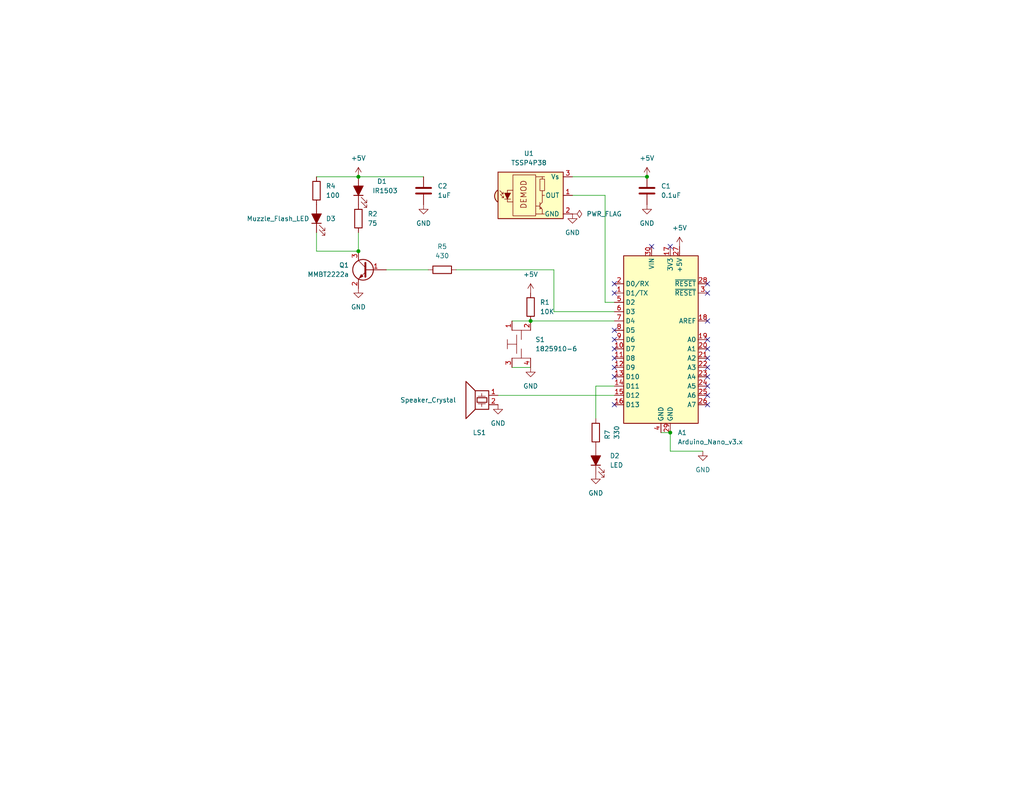
<source format=kicad_sch>
(kicad_sch (version 20211123) (generator eeschema)
  (paper "USLetter")
  (title_block (title "Laser Tag") (date "1-24-22") (company "WWU") (comment 2 "Ian Schroetlin"))
  (lib_symbols
    (symbol "Device:C" (pin_numbers hide) (pin_names (offset 0.254))
      (property "Reference" "C" (at 0.635 2.54 0))
      (property "Value" "C" (at 0.635 -2.54 0))
      (symbol "C_0_1"
        (polyline (pts (xy -2.032 -0.762) (xy 2.032 -0.762)) (stroke (width 0.508)))
        (polyline (pts (xy -2.032 0.762) (xy 2.032 0.762)) (stroke (width 0.508)))
      )
      (symbol "C_1_1"
        (pin passive line (at 0 3.81 270) (length 2.794) (name "~") (number "1"))
        (pin passive line (at 0 -3.81 90) (length 2.794) (name "~") (number "2"))
      )
    )
    (symbol "Device:LED" (pin_numbers hide) (pin_names (offset 1.016) hide)
      (property "Reference" "D?" (at 3.81 -0.3174 90))
      (property "Value" "LED" (at 3.81 -2.8574 90))
      (symbol "LED_0_1"
        (polyline (pts (xy -1.27 -1.27) (xy -1.27 1.27)) (stroke (width 0.254)))
        (polyline (pts (xy -1.27 0) (xy 1.27 0)))
        (polyline (pts (xy 1.27 -1.27) (xy 1.27 1.27) (xy -1.27 0) (xy 1.27 -1.27)) (stroke (width 0.254)) (fill (type outline)))
        (polyline (pts (xy -3.048 -0.762) (xy -4.572 -2.286) (xy -3.81 -2.286) (xy -4.572 -2.286) (xy -4.572 -1.524)))
        (polyline (pts (xy -1.778 -0.762) (xy -3.302 -2.286) (xy -2.54 -2.286) (xy -3.302 -2.286) (xy -3.302 -1.524)))
      )
      (symbol "LED_1_1"
        (pin passive line (at -3.81 0 0) (length 2.54) (name "K") (number "1"))
        (pin passive line (at 3.81 0 180) (length 2.54) (name "A") (number "2"))
      )
    )
    (symbol "Device:R" (pin_numbers hide) (pin_names (offset 0))
      (property "Reference" "R" (at 2.032 0 90))
      (property "Value" "R" (at 0 0 90))
      (symbol "R_0_1"
        (rectangle (start -1.016 -2.54) (end 1.016 2.54) (stroke (width 0.254)))
      )
      (symbol "R_1_1"
        (pin passive line (at 0 3.81 270) (length 1.27) (name "~") (number "1"))
        (pin passive line (at 0 -3.81 90) (length 1.27) (name "~") (number "2"))
      )
    )
    (symbol "Device:Speaker_Crystal" (pin_names (offset 0) hide)
      (property "Reference" "LS" (at 0.635 5.715 0))
      (property "Value" "Speaker_Crystal" (at 0.635 3.81 0))
      (symbol "Speaker_Crystal_0_0"
        (rectangle (start -2.54 1.27) (end 1.143 -3.81) (stroke (width 0.254)))
        (rectangle (start -2.032 -0.635) (end 0.635 -1.905) (stroke (width 0.254)))
        (polyline (pts (xy -1.651 -2.286) (xy 0.381 -2.286)))
        (polyline (pts (xy -1.651 -0.254) (xy 0.381 -0.254)))
        (polyline (pts (xy -0.635 -2.286) (xy -0.635 -3.048)))
        (polyline (pts (xy -0.635 -0.254) (xy -0.635 0.508)))
        (polyline (pts (xy 1.143 1.27) (xy 3.683 3.81) (xy 3.683 -6.35) (xy 1.143 -3.81)) (stroke (width 0.254)))
      )
      (symbol "Speaker_Crystal_1_1"
        (pin input line (at -5.08 0 0) (length 2.54) (name "1") (number "1"))
        (pin input line (at -5.08 -2.54 0) (length 2.54) (name "2") (number "2"))
      )
    )
    (symbol "LED_1" (pin_numbers hide) (pin_names (offset 1.016) hide)
      (property "Reference" "D?" (at 3.81 -0.3174 90))
      (property "Value" "LED_1" (at 3.81 -2.8574 90))
      (symbol "LED_1_0_1"
        (polyline (pts (xy -1.27 -1.27) (xy -1.27 1.27)) (stroke (width 0.254)))
        (polyline (pts (xy -1.27 0) (xy 1.27 0)))
        (polyline (pts (xy 1.27 -1.27) (xy 1.27 1.27) (xy -1.27 0) (xy 1.27 -1.27)) (stroke (width 0.254)) (fill (type outline)))
        (polyline (pts (xy -3.048 -0.762) (xy -4.572 -2.286) (xy -3.81 -2.286) (xy -4.572 -2.286) (xy -4.572 -1.524)))
        (polyline (pts (xy -1.778 -0.762) (xy -3.302 -2.286) (xy -2.54 -2.286) (xy -3.302 -2.286) (xy -3.302 -1.524)))
      )
      (symbol "LED_1_1_1"
        (pin passive line (at -3.81 0 0) (length 2.54) (name "K") (number "1"))
        (pin passive line (at 3.81 0 180) (length 2.54) (name "A") (number "2"))
      )
    )
    (symbol "LED_2" (pin_numbers hide) (pin_names (offset 1.016) hide)
      (property "Reference" "D?" (at 3.81 0 90))
      (property "Value" "LED_2" (at 3.81 -2.54 90))
      (symbol "LED_2_0_1"
        (polyline (pts (xy -1.27 -1.27) (xy -1.27 1.27)) (stroke (width 0.254)))
        (polyline (pts (xy -1.27 0) (xy 1.27 0)))
        (polyline (pts (xy 1.27 -1.27) (xy 1.27 1.27) (xy -1.27 0) (xy 1.27 -1.27)) (stroke (width 0.254)) (fill (type outline)))
        (polyline (pts (xy -3.048 -0.762) (xy -4.572 -2.286) (xy -3.81 -2.286) (xy -4.572 -2.286) (xy -4.572 -1.524)))
        (polyline (pts (xy -1.778 -0.762) (xy -3.302 -2.286) (xy -2.54 -2.286) (xy -3.302 -2.286) (xy -3.302 -1.524)))
      )
      (symbol "LED_2_1_1"
        (pin passive line (at -3.81 0 0) (length 2.54) (name "K") (number "1"))
        (pin passive line (at 3.81 0 180) (length 2.54) (name "A") (number "2"))
      )
    )
    (symbol "MCU_Module:Arduino_Nano_v3.x"
      (property "Reference" "A" (at -10.16 23.495 0))
      (property "Value" "Arduino_Nano_v3.x" (at 5.08 -24.13 0))
      (symbol "Arduino_Nano_v3.x_0_1"
        (rectangle (start -10.16 22.86) (end 10.16 -22.86) (stroke (width 0.254)) (fill (type background)))
      )
      (symbol "Arduino_Nano_v3.x_1_1"
        (pin bidirectional line (at -12.7 12.7 0) (length 2.54) (name "D1/TX") (number "1"))
        (pin bidirectional line (at -12.7 -2.54 0) (length 2.54) (name "D7") (number "10"))
        (pin bidirectional line (at -12.7 -5.08 0) (length 2.54) (name "D8") (number "11"))
        (pin bidirectional line (at -12.7 -7.62 0) (length 2.54) (name "D9") (number "12"))
        (pin bidirectional line (at -12.7 -10.16 0) (length 2.54) (name "D10") (number "13"))
        (pin bidirectional line (at -12.7 -12.7 0) (length 2.54) (name "D11") (number "14"))
        (pin bidirectional line (at -12.7 -15.24 0) (length 2.54) (name "D12") (number "15"))
        (pin bidirectional line (at -12.7 -17.78 0) (length 2.54) (name "D13") (number "16"))
        (pin power_out line (at 2.54 25.4 270) (length 2.54) (name "3V3") (number "17"))
        (pin input line (at 12.7 5.08 180) (length 2.54) (name "AREF") (number "18"))
        (pin bidirectional line (at 12.7 0 180) (length 2.54) (name "A0") (number "19"))
        (pin bidirectional line (at -12.7 15.24 0) (length 2.54) (name "D0/RX") (number "2"))
        (pin bidirectional line (at 12.7 -2.54 180) (length 2.54) (name "A1") (number "20"))
        (pin bidirectional line (at 12.7 -5.08 180) (length 2.54) (name "A2") (number "21"))
        (pin bidirectional line (at 12.7 -7.62 180) (length 2.54) (name "A3") (number "22"))
        (pin bidirectional line (at 12.7 -10.16 180) (length 2.54) (name "A4") (number "23"))
        (pin bidirectional line (at 12.7 -12.7 180) (length 2.54) (name "A5") (number "24"))
        (pin bidirectional line (at 12.7 -15.24 180) (length 2.54) (name "A6") (number "25"))
        (pin bidirectional line (at 12.7 -17.78 180) (length 2.54) (name "A7") (number "26"))
        (pin power_out line (at 5.08 25.4 270) (length 2.54) (name "+5V") (number "27"))
        (pin input line (at 12.7 15.24 180) (length 2.54) (name "~{RESET}") (number "28"))
        (pin power_in line (at 2.54 -25.4 90) (length 2.54) (name "GND") (number "29"))
        (pin input line (at 12.7 12.7 180) (length 2.54) (name "~{RESET}") (number "3"))
        (pin power_in line (at -2.54 25.4 270) (length 2.54) (name "VIN") (number "30"))
        (pin power_in line (at 0 -25.4 90) (length 2.54) (name "GND") (number "4"))
        (pin bidirectional line (at -12.7 10.16 0) (length 2.54) (name "D2") (number "5"))
        (pin bidirectional line (at -12.7 7.62 0) (length 2.54) (name "D3") (number "6"))
        (pin bidirectional line (at -12.7 5.08 0) (length 2.54) (name "D4") (number "7"))
        (pin bidirectional line (at -12.7 2.54 0) (length 2.54) (name "D5") (number "8"))
        (pin bidirectional line (at -12.7 0 0) (length 2.54) (name "D6") (number "9"))
      )
    )
    (symbol "Sensor_Proximity:TSSP58P38" (pin_names (offset 1.016))
      (property "Reference" "U" (at -10.16 7.62 0))
      (property "Value" "TSSP58P38" (at -10.16 -7.62 0))
      (symbol "TSSP58P38_0_0"
        (arc (start -10.287 1.397) (mid -11.0899 -0.1905) (end -10.287 -1.778) (stroke (width 0.254)) (fill (type background)))
        (polyline (pts (xy 1.905 -5.08) (xy 0.127 -5.08)))
        (polyline (pts (xy 1.905 5.08) (xy 0.127 5.08)))
        (text "DEMOD" (at -3.175 0.254 900) (effects (font (size 1.524 1.524))))
      )
      (symbol "TSSP58P38_0_1"
        (rectangle (start -6.096 5.588) (end 0.127 -5.588))
        (polyline (pts (xy -8.763 0.381) (xy -9.652 1.27)))
        (polyline (pts (xy -8.763 0.381) (xy -9.271 0.381)))
        (polyline (pts (xy -8.763 0.381) (xy -8.763 0.889)))
        (polyline (pts (xy -8.636 -0.635) (xy -9.525 0.254)))
        (polyline (pts (xy -8.636 -0.635) (xy -9.144 -0.635)))
        (polyline (pts (xy -8.636 -0.635) (xy -8.636 -0.127)))
        (polyline (pts (xy -8.382 -1.016) (xy -6.731 -1.016)))
        (polyline (pts (xy 1.27 -2.921) (xy 0.127 -2.921)))
        (polyline (pts (xy 1.27 -1.905) (xy 1.27 -3.81)))
        (polyline (pts (xy 1.397 -3.556) (xy 1.524 -3.556)))
        (polyline (pts (xy 1.651 -3.556) (xy 1.524 -3.556)))
        (polyline (pts (xy 1.651 -3.556) (xy 1.651 -3.302)))
        (polyline (pts (xy 1.905 0) (xy 1.905 1.27)))
        (polyline (pts (xy 1.905 4.445) (xy 1.905 5.08) (xy 2.54 5.08)))
        (polyline (pts (xy -8.382 0.635) (xy -6.731 0.635) (xy -7.62 -1.016) (xy -8.382 0.635)) (fill (type outline)))
        (polyline (pts (xy -6.096 1.397) (xy -7.62 1.397) (xy -7.62 -1.778) (xy -6.096 -1.778)))
        (polyline (pts (xy 1.27 -3.175) (xy 1.905 -3.81) (xy 1.905 -5.08) (xy 2.54 -5.08)))
        (polyline (pts (xy 1.27 -2.54) (xy 1.905 -1.905) (xy 1.905 0) (xy 2.54 0)))
        (rectangle (start 2.54 1.27) (end 1.27 4.445))
        (rectangle (start 7.62 6.35) (end -10.16 -6.35) (stroke (width 0.254)) (fill (type background)))
      )
      (symbol "TSSP58P38_1_1"
        (pin output line (at 10.16 0 180) (length 2.54) (name "OUT") (number "1"))
        (pin power_in line (at 10.16 -5.08 180) (length 2.54) (name "GND") (number "2"))
        (pin power_in line (at 10.16 5.08 180) (length 2.54) (name "Vs") (number "3"))
      )
    )
    (symbol "Switch:SW_Push_Dual" (pin_names (offset 1.016) hide)
      (property "Reference" "SW?" (at 6.35 1.2701 90))
      (property "Value" "SW_Push_Dual" (at 6.35 -1.2699 90))
      (symbol "SW_Push_Dual_0_1"
        (polyline (pts (xy -3.81 -2.54) (xy -1.27 -2.54)))
        (polyline (pts (xy -3.81 0) (xy -3.81 -5.08)))
        (polyline (pts (xy 2.54 -1.27) (xy -2.54 -1.27)))
        (polyline (pts (xy 3.81 -2.54) (xy 1.27 -2.54)))
        (polyline (pts (xy 3.81 0) (xy 3.81 -5.08)))
        (polyline (pts (xy 0 -1.27) (xy 0 1.27) (xy 1.27 1.27) (xy -1.27 1.27)))
        (pin passive line (at 6.35 0 180) (length 2.54) (name "1") (number "1"))
        (pin passive line (at 6.35 -5.08 180) (length 2.54) (name "2") (number "2"))
        (pin passive line (at -6.35 0 0) (length 2.54) (name "3") (number "3"))
        (pin passive line (at -6.35 -5.08 0) (length 2.54) (name "3") (number "4"))
      )
    )
    (symbol "Transistor_BJT:MMBT3904" (pin_names (offset 0) hide)
      (property "Reference" "Q" (at 5.08 1.905 0))
      (property "Value" "MMBT3904" (at 5.08 0 0))
      (symbol "MMBT3904_0_1"
        (polyline (pts (xy 0.635 0.635) (xy 2.54 2.54)))
        (polyline (pts (xy 0.635 -0.635) (xy 2.54 -2.54) (xy 2.54 -2.54)))
        (polyline (pts (xy 0.635 1.905) (xy 0.635 -1.905) (xy 0.635 -1.905)) (stroke (width 0.508)))
        (polyline (pts (xy 1.27 -1.778) (xy 1.778 -1.27) (xy 2.286 -2.286) (xy 1.27 -1.778) (xy 1.27 -1.778)) (fill (type outline)))
        (circle (center 1.27 0) (radius 2.8194) (stroke (width 0.254)))
      )
      (symbol "MMBT3904_1_1"
        (pin input line (at -5.08 0 0) (length 5.715) (name "B") (number "1"))
        (pin passive line (at 2.54 -5.08 90) (length 2.54) (name "E") (number "2"))
        (pin passive line (at 2.54 5.08 270) (length 2.54) (name "C") (number "3"))
      )
    )
    (symbol "power:+5V" (power) (pin_names (offset 0))
      (property "Value" "+5V" (at 0 3.556 0))
      (symbol "+5V_0_1"
        (polyline (pts (xy -0.762 1.27) (xy 0 2.54)))
        (polyline (pts (xy 0 0) (xy 0 2.54)))
        (polyline (pts (xy 0 2.54) (xy 0.762 1.27)))
      )
      (symbol "+5V_1_1"
        (pin power_in line (at 0 0 90) (length 0) hide (name "+5V") (number "1"))
      )
    )
    (symbol "power:GND" (power) (pin_names (offset 0))
      (property "Value" "GND" (at 0 -3.81 0))
      (symbol "GND_0_1"
        (polyline (pts (xy 0 0) (xy 0 -1.27) (xy 1.27 -1.27) (xy 0 -2.54) (xy -1.27 -1.27) (xy 0 -1.27)))
      )
      (symbol "GND_1_1"
        (pin power_in line (at 0 0 270) (length 0) hide (name "GND") (number "1"))
      )
    )
    (symbol "power:PWR_FLAG" (power) (pin_numbers hide) (pin_names (offset 0) hide)
      (property "Value" "PWR_FLAG" (at 0 3.81 0))
      (symbol "PWR_FLAG_0_0"
        (pin power_out line (at 0 0 90) (length 0) (name "pwr") (number "1"))
      )
      (symbol "PWR_FLAG_0_1"
        (polyline (pts (xy 0 0) (xy 0 1.27) (xy -1.016 1.905) (xy 0 2.54) (xy 1.016 1.905) (xy 0 1.27)))
      )
    )
  )
  (junction (at 176.53 48.26))
  (junction (at 182.88 118.11))
  (junction (at 144.78 87.63))
  (junction (at 97.79 68.58))
  (junction (at 97.79 48.26))
  (no_connect (at 193.04 110.49))
  (no_connect (at 193.04 105.41))
  (no_connect (at 167.64 102.87))
  (no_connect (at 167.64 110.49))
  (no_connect (at 193.04 107.95))
  (no_connect (at 193.04 95.25))
  (no_connect (at 193.04 100.33))
  (no_connect (at 193.04 102.87))
  (no_connect (at 193.04 92.71))
  (no_connect (at 193.04 97.79))
  (no_connect (at 167.64 80.01))
  (no_connect (at 167.64 77.47))
  (no_connect (at 193.04 80.01))
  (no_connect (at 193.04 87.63))
  (no_connect (at 167.64 90.17))
  (no_connect (at 167.64 95.25))
  (no_connect (at 167.64 100.33))
  (no_connect (at 167.64 92.71))
  (no_connect (at 167.64 97.79))
  (no_connect (at 177.8 67.31))
  (no_connect (at 182.88 67.31))
  (no_connect (at 193.04 77.47))
  (wire (pts (xy 156.21 48.26) (xy 176.53 48.26)))
  (wire (pts (xy 156.21 53.34) (xy 165.1 53.34)))
  (wire (pts (xy 182.88 118.11) (xy 182.88 123.19)))
  (wire (pts (xy 165.1 82.55) (xy 167.64 82.55)))
  (wire (pts (xy 144.78 87.63) (xy 167.64 87.63)))
  (wire (pts (xy 139.7 100.33) (xy 144.78 100.33)))
  (wire (pts (xy 167.64 105.41) (xy 162.56 105.41)))
  (wire (pts (xy 167.64 85.09) (xy 151.13 85.09)))
  (wire (pts (xy 105.41 73.66) (xy 116.84 73.66)))
  (wire (pts (xy 139.7 87.63) (xy 144.78 87.63)))
  (wire (pts (xy 180.34 118.11) (xy 182.88 118.11)))
  (wire (pts (xy 162.56 105.41) (xy 162.56 114.3)))
  (wire (pts (xy 86.36 48.26) (xy 97.79 48.26)))
  (wire (pts (xy 151.13 73.66) (xy 124.46 73.66)))
  (wire (pts (xy 135.89 107.95) (xy 167.64 107.95)))
  (wire (pts (xy 97.79 63.5) (xy 97.79 68.58)))
  (wire (pts (xy 151.13 85.09) (xy 151.13 73.66)))
  (wire (pts (xy 97.79 48.26) (xy 115.57 48.26)))
  (wire (pts (xy 97.79 68.58) (xy 86.36 68.58)))
  (wire (pts (xy 182.88 123.19) (xy 191.77 123.19)))
  (wire (pts (xy 86.36 63.5) (xy 86.36 68.58)))
  (wire (pts (xy 165.1 53.34) (xy 165.1 82.55)))
  (symbol (lib_id "Device:Speaker_Crystal") (at 130.81 107.95 0) (mirror y) (unit 1)
    (property "Reference" "LS1" (at 130.81 118.11 0))
    (property "Value" "Speaker_Crystal" (at 116.84 109.22 0))
    (property "Footprint" "Buzzer_Beeper:Buzzer_12x9.5RM7.6" (effects hide))
    (property "Datasheet" "https://nam12.safelinks.protection.outlook.com/?url=https%3A%2F%2Fwww.amazon.com%2FGFORTUN-Terminals-Electronic-Continuous-Industrial%2Fdp%2FB0716FD838%2Fref%3Dsr_1_7%3Fdchild%3D1%26keywords%3Darduino%2Bpiezo%2Bbuzzer%26qid%3D1609727192%26sr%3D8-7%23customerReviews&data=04%7C01%7Cian.schroetlin%40wallawalla.edu%7C25ad6176e7524453b8f308d9e50f5757%7Cd958f048e43142779c8debfb75e7aa64%7C0%7C0%7C637792676328406561%7CUnknown%7CTWFpbGZsb3d8eyJWIjoiMC4wLjAwMDAiLCJQIjoiV2luMzIiLCJBTiI6Ik1haWwiLCJXVCI6Mn0%3D%7C3000&sdata=DqI7ChYl4InDUllJlBuaP%2FikEEddl85fEFJmZymVFIk%3D&reserved=0" (effects hide))
  )
  (symbol (lib_id "power:GND") (at 115.57 55.88 0) (unit 1)
    (property "Reference" "#PWR0105" (effects hide))
    (property "Value" "GND" (at 115.57 60.96 0))
  )
  (symbol (lib_id "Device:R") (at 144.78 83.82 0) (unit 1)
    (property "Reference" "R1" (at 147.32 82.5499 0) (effects (justify left)))
    (property "Value" "10K" (at 147.32 85.0899 0) (effects (justify left)))
    (property "Footprint" "Resistor_SMD:R_0805_2012Metric" (effects hide))
    (property "Datasheet" "https:/www.seielect.com/catalog/sei-rmcf_rmcp.pdf" (effects hide))
    (property "Digikey" "https://www.digikey.com/en/products/detail/stackpole-electronics-inc/RMCF0805JG10K0/1757769" (effects hide))
  )
  (symbol (lib_id "power:GND") (at 156.21 58.42 0) (unit 1)
    (property "Reference" "#PWR0108" (effects hide))
    (property "Value" "GND" (at 156.21 63.5 0))
  )
  (symbol (lib_id "Device:R") (at 120.65 73.66 90) (unit 1)
    (property "Reference" "R5" (at 120.65 67.31 90))
    (property "Value" "430" (at 120.65 69.85 90))
    (property "Footprint" "Resistor_SMD:R_0805_2012Metric" (effects hide))
    (property "Datasheet" "https://www.seielect.com/catalog/sei-rmcf_rmcp.pdf" (effects hide))
    (property "DigiKey" "https://www.digikey.com/en/products/detail/stackpole-electronics-inc/RMCF0805JT430R/1757813" (effects hide))
  )
  (symbol (lib_id "power:GND") (at 144.78 100.33 0) (unit 1)
    (property "Reference" "#PWR0112" (effects hide))
    (property "Value" "GND" (at 144.78 105.41 0))
  )
  (symbol (lib_id "Sensor_Proximity:TSSP58P38") (at 146.05 53.34 0) (unit 1)
    (property "Reference" "U1" (at 144.315 41.91 0))
    (property "Value" "TSSP4P38" (at 144.315 44.45 0))
    (property "Footprint" "OptoDevice:Vishay_MINICAST-3Pin" (effects hide))
    (property "Datasheet" "https://www.vishay.com/docs/82474/tssp4p38.pdf" (effects hide))
    (property "Digikey" "https://www.digikey.com/en/products/detail/vishay-semiconductor-opto-division/TSSP58P38/4695718" (effects hide))
  )
  (symbol (lib_id "Switch:SW_Push_Dual") (at 139.7 93.98 90) (unit 1)
    (property "Reference" "S1" (at 146.05 92.7099 90) (effects (justify right)))
    (property "Value" "1825910-6" (at 146.05 95.2499 90) (effects (justify right)))
    (property "Footprint" "LT_Footprints:SW_PUSH_6mm_H4.3mm_4_pin" (effects hide))
    (property "Datasheet" "https://www.te.com/commerce/DocumentDelivery/DDEController?Action=srchrtrv&DocNm=1825910&DocType=Customer+Drawing&DocLang=English" (effects hide))
    (property "Digikey" "https://www.digikey.com/en/products/detail/te-connectivity-alcoswitch-switches/1825910-6/1632536?s=N4IgTCBcDaICwFYAMBaAjANmSgcgERAF0BfIA" (effects hide))
  )
  (symbol (lib_id "power:+5V") (at 97.79 48.26 0) (unit 1)
    (property "Reference" "#PWR0101" (effects hide))
    (property "Value" "+5V" (at 97.79 43.18 0))
  )
  (symbol (lib_id "Transistor_BJT:MMBT3904") (at 100.33 73.66 0) (mirror y) (unit 1)
    (property "Reference" "Q1" (at 95.25 72.3899 0) (effects (justify left)))
    (property "Value" "MMBT2222a" (at 95.25 74.9299 0) (effects (justify left)))
    (property "Footprint" "Package_TO_SOT_SMD:SOT-23" (effects hide))
    (property "Datasheet" "https://www.nteinc.com/specs/original/MMBT2222A.pdf" (effects hide))
    (property "Digikey" "https://www.digikey.com/en/products/detail/nte-electronics-inc/MMBT2222A/11649324" (effects hide))
  )
  (symbol (lib_id "Device:R") (at 162.56 118.11 180) (unit 1)
    (property "Reference" "R7" (at 165.7349 120.015 90) (effects (justify right)))
    (property "Value" "330" (at 168.2749 120.015 90) (effects (justify right)))
    (property "Footprint" "Resistor_SMD:R_0805_2012Metric" (effects hide))
    (property "Datasheet" "https://www.seielect.com/catalog/sei-rmcf_rmcp.pdf" (effects hide))
    (property "Digikey" "https://www.digikey.com/en/products/detail/stackpole-electronics-inc/RMCF0805FT330R/1760484" (effects hide))
  )
  (symbol (lib_name "LED_1") (lib_id "Device:LED") (at 86.36 59.69 90) (unit 1)
    (property "Reference" "D3" (at 88.9 59.69 90) (effects (justify right)))
    (property "Value" "Muzzle_Flash_LED" (at 67.31 59.69 90) (effects (justify right)))
    (property "Footprint" "LED_THT:LED_D5.0mm" (effects hide))
    (property "Datasheet" "https://everlightamericas.com/index.php?controller=attachment?id_attachment=3697" (effects hide))
    (property "Digikey" "https://www.digikey.com/en/products/detail/everlight-electronics-co-ltd/EALP05RDDGZ01/15286663" (effects hide))
  )
  (symbol (lib_id "Device:LED") (at 97.79 52.07 90) (unit 1)
    (property "Reference" "D1" (at 102.87 49.53 90) (effects (justify right)))
    (property "Value" "IR1503" (at 101.6 52.07 90) (effects (justify right)))
    (property "Footprint" "LED_THT:LED_D5.0mm" (effects hide))
    (property "Datasheet" "https://media.digikey.com/PDF/Data%20Sheets/Everlight%20PDFs/9-IR1503.pdf" (effects hide))
    (property "Digikey" "https://www.digikey.com/en/products/detail/everlight-electronics-co-ltd/IR1503/2675562?s=N4IgTCBcDaIJYCcCMBWADAZgAQFMBuOCANnAOYAWALiALoC%2BQA" (effects hide))
  )
  (symbol (lib_id "Device:C") (at 176.53 52.07 0) (unit 1)
    (property "Reference" "C1" (at 180.34 50.7999 0) (effects (justify left)))
    (property "Value" "0.1uF" (at 180.34 53.3399 0) (effects (justify left)))
    (property "Footprint" "Capacitor_SMD:C_0805_2012Metric" (effects hide))
    (property "Datasheet" "https://content.kemet.com/datasheets/KEM_C1002_X7R_SMD.pdf" (effects hide))
    (property "Digikey" "https://www.digikey.com/en/products/detail/kemet/C0805C104M5RAC7800/411168" (effects hide))
  )
  (symbol (lib_id "power:+5V") (at 185.42 67.31 0) (unit 1)
    (property "Reference" "#PWR0109" (effects hide))
    (property "Value" "+5V" (at 185.42 62.23 0))
  )
  (symbol (lib_id "MCU_Module:Arduino_Nano_v3.x") (at 180.34 92.71 0) (unit 1)
    (property "Reference" "A1" (at 184.8994 118.11 0) (effects (justify left)))
    (property "Value" "Arduino_Nano_v3.x" (at 184.8994 120.65 0) (effects (justify left)))
    (property "Footprint" "Module:Arduino_Nano" (effects hide))
    (property "Datasheet" "http://www.mouser.com/pdfdocs/Gravitech_Arduino_Nano3_0.pdf" (effects hide))
    (property "Mouser" "https://www.mouser.com/ProductDetail/Gravitech/A000005?qs=sGAEpiMZZMsUJpHmmVieqBz9%252By8krdFBo2kB%2FIDbwKU%3D" (effects hide))
  )
  (symbol (lib_id "Device:C") (at 115.57 52.07 0) (unit 1)
    (property "Reference" "C2" (at 119.38 50.7999 0) (effects (justify left)))
    (property "Value" "1uF" (at 119.38 53.3399 0) (effects (justify left)))
    (property "Footprint" "Capacitor_SMD:C_0805_2012Metric" (effects hide))
    (property "Datasheet" "https://content.kemet.com/datasheets/KEM_C1006_X5R_SMD.pdf" (effects hide))
    (property "Digikey" "https://www.digikey.com/en/products/detail/kemet/C0805C105M8PAC7800/12701007" (effects hide))
  )
  (symbol (lib_id "Device:R") (at 97.79 59.69 0) (unit 1)
    (property "Reference" "R2" (at 100.33 58.4199 0) (effects (justify left)))
    (property "Value" "75" (at 100.33 60.96 0) (effects (justify left)))
    (property "Footprint" "Resistor_SMD:R_0805_2012Metric" (effects hide))
    (property "Datasheet" "https://www.seielect.com/catalog/sei-rmcf_rmcp.pdf" (effects hide))
    (property "Digikey" "https://www.digikey.com/en/products/detail/stackpole-electronics-inc/RMCF0805FT75R0/1760492" (effects hide))
  )
  (symbol (lib_id "power:GND") (at 97.79 78.74 0) (unit 1)
    (property "Reference" "#PWR0104" (effects hide))
    (property "Value" "GND" (at 97.79 83.82 0))
  )
  (symbol (lib_id "power:GND") (at 191.77 123.19 0) (unit 1)
    (property "Reference" "#PWR0107" (effects hide))
    (property "Value" "GND" (at 191.77 128.27 0))
  )
  (symbol (lib_id "power:+5V") (at 144.78 80.01 0) (unit 1)
    (property "Reference" "#PWR0111" (effects hide))
    (property "Value" "+5V" (at 144.78 74.93 0))
  )
  (symbol (lib_id "power:GND") (at 135.89 110.49 0) (unit 1)
    (property "Reference" "#PWR0103" (effects hide))
    (property "Value" "GND" (at 135.89 115.57 0))
  )
  (symbol (lib_id "power:GND") (at 176.53 55.88 0) (unit 1)
    (property "Reference" "#PWR0110" (effects hide))
    (property "Value" "GND" (at 176.53 60.96 0))
  )
  (symbol (lib_id "Device:R") (at 86.36 52.07 0) (unit 1)
    (property "Reference" "R4" (at 88.9 50.7999 0) (effects (justify left)))
    (property "Value" "100" (at 88.9 53.3399 0) (effects (justify left)))
    (property "Footprint" "Resistor_SMD:R_0805_2012Metric" (effects hide))
    (property "Datasheet" "https://www.seielect.com/catalog/sei-rmcf_rmcp.pdf" (effects hide))
    (property "Digikey" "https://www.digikey.com/en/products/detail/stackpole-electronics-inc/RMCF0805FT100R/1760711" (effects hide))
  )
  (symbol (lib_id "power:+5V") (at 176.53 48.26 0) (unit 1)
    (property "Reference" "#PWR0102" (effects hide))
    (property "Value" "+5V" (at 176.53 43.18 0))
  )
  (symbol (lib_id "power:PWR_FLAG") (at 156.21 58.42 270) (unit 1)
    (property "Reference" "#FLG0101" (effects hide))
    (property "Value" "PWR_FLAG" (at 160.02 58.4199 90) (effects (justify left)))
  )
  (symbol (lib_name "LED_2") (lib_id "Device:LED") (at 162.56 125.73 90) (unit 1)
    (property "Reference" "D2" (at 166.37 124.46 90) (effects (justify right)))
    (property "Value" "LED" (at 166.37 127 90) (effects (justify right)))
    (property "Footprint" "LED_THT:LED_D5.0mm" (effects hide))
    (property "Datasheet" "https://everlightamericas.com/index.php?controller=attachment?id_attachment=3697" (effects hide))
    (property "Digikey" "https://www.digikey.com/en/products/detail/everlight-electronics-co-ltd/EALP05RDDGZ01/15286663" (effects hide))
  )
  (symbol (lib_id "power:GND") (at 162.56 129.54 0) (unit 1)
    (property "Reference" "#PWR0106" (effects hide))
    (property "Value" "GND" (at 162.56 134.62 0))
  )
)
</source>
